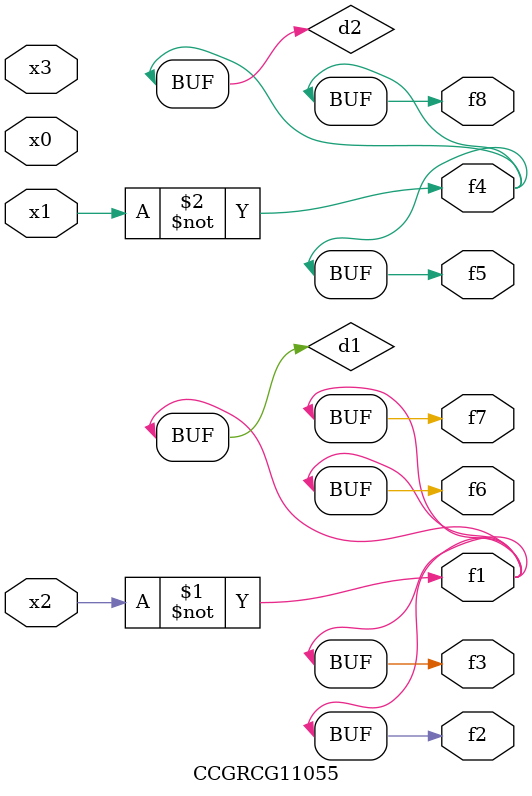
<source format=v>
module CCGRCG11055(
	input x0, x1, x2, x3,
	output f1, f2, f3, f4, f5, f6, f7, f8
);

	wire d1, d2;

	xnor (d1, x2);
	not (d2, x1);
	assign f1 = d1;
	assign f2 = d1;
	assign f3 = d1;
	assign f4 = d2;
	assign f5 = d2;
	assign f6 = d1;
	assign f7 = d1;
	assign f8 = d2;
endmodule

</source>
